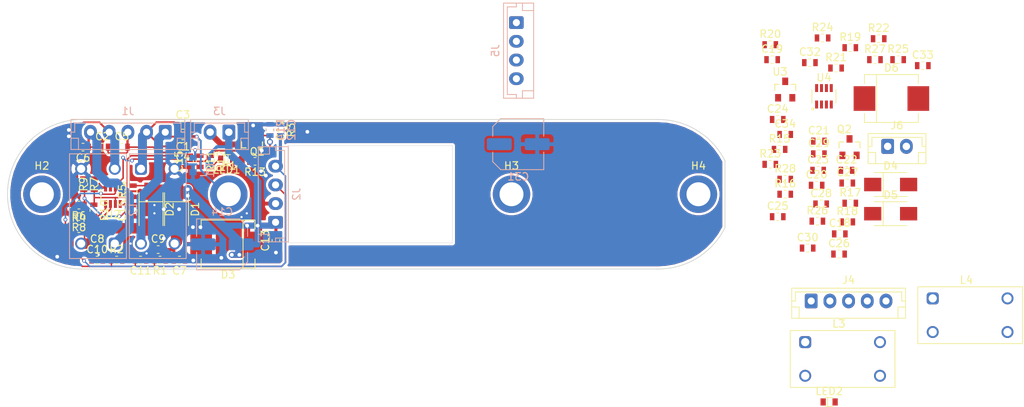
<source format=kicad_pcb>
(kicad_pcb (version 20171130) (host pcbnew "(5.1.10)-1")
  (layers (0 F.Cu signal) (1 In1.Cu signal hide) (2 In2.Cu signal hide) (31 B.Cu signal) (34 B.Paste user hide) (35 F.Paste user hide) (36 B.SilkS user hide) (37 F.SilkS user hide) (38 B.Mask user hide) (39 F.Mask user hide) (44 Edge.Cuts user))
  (net 0 "")
  (net 1 GND)
  (net 2 "Net-(C1-Pad2)")
  (net 3 +28V1)
  (net 4 "Net-(C18-Pad1)")
  (net 5 +28V2)
  (net 6 "Net-(R23-Pad1)")
  (net 7 "Net-(LED1-Pad2)")
  (net 8 "Net-(LED2-Pad2)")
  (net 9 "Net-(C1-Pad1)")
  (net 10 /VOLTP1)
  (net 11 /VOLTS1)
  (net 12 /VCC5V1)
  (net 13 "Net-(C18-Pad2)")
  (net 14 /VOLTP2)
  (net 15 /VOLTS2)
  (net 16 /VCC5V2)
  (net 17 "Net-(J3-Pad2)")
  (net 18 "Net-(J6-Pad2)")
  (net 19 "Net-(R7-Pad1)")
  (net 20 "Net-(R10-Pad2)")
  (net 21 "Net-(R10-Pad1)")
  (net 22 "Net-(R21-Pad1)")
  (net 23 "Net-(R22-Pad1)")
  (net 24 "Net-(C2-Pad1)")
  (net 25 "Net-(C3-Pad1)")
  (net 26 "Net-(C5-Pad1)")
  (net 27 "Net-(C7-Pad2)")
  (net 28 "Net-(C10-Pad1)")
  (net 29 "Net-(C16-Pad2)")
  (net 30 "Net-(C17-Pad2)")
  (net 31 "Net-(C19-Pad1)")
  (net 32 "Net-(C20-Pad1)")
  (net 33 "Net-(C22-Pad1)")
  (net 34 "Net-(C24-Pad2)")
  (net 35 "Net-(C25-Pad1)")
  (net 36 "Net-(C33-Pad2)")
  (net 37 "Net-(C34-Pad2)")
  (module VolzLib:R0603 (layer F.Cu) (at 120.4 68.8 180)
    (fp_text reference R1 (at 0 -1.43) (layer F.SilkS))
    (fp_text value 75k)
    (pad 1 smd rect (at -0.75 0 180) (size 0.6 0.95) (layers F.Cu F.Paste F.Mask) (net 27 "Net-(C7-Pad2)"))
    (pad 2 smd rect (at 0.75 0 180) (size 0.6 0.95) (layers F.Cu F.Paste F.Mask) (net 10 /VOLTP1))
  )
  (module VolzLib:SOT23-8 (layer F.Cu) (at 114.1 60.2 180)
    (fp_text reference U2 (at 0 -2.5) (layer F.SilkS))
    (fp_text value MAX9093AKA)
    (pad 1 smd rect (at -0.98 1.1 270) (size 1.06 0.4) (layers F.Cu F.Paste F.Mask) (net 21 "Net-(R10-Pad1)"))
    (pad 2 smd rect (at -0.33 1.1 270) (size 1.06 0.4) (layers F.Cu F.Paste F.Mask) (net 10 /VOLTP1))
    (pad 3 smd rect (at 0.33 1.1 270) (size 1.06 0.4) (layers F.Cu F.Paste F.Mask) (net 19 "Net-(R7-Pad1)"))
    (pad 4 smd rect (at 0.98 1.1 270) (size 1.06 0.4) (layers F.Cu F.Paste F.Mask) (net 1 GND))
    (pad 5 smd rect (at 0.98 -1.1 270) (size 1.06 0.4) (layers F.Cu F.Paste F.Mask) (net 20 "Net-(R10-Pad2)"))
    (pad 6 smd rect (at 0.33 -1.1 270) (size 1.06 0.4) (layers F.Cu F.Paste F.Mask) (net 11 /VOLTS1))
    (pad 7 smd rect (at -0.33 -1.1 270) (size 1.06 0.4) (layers F.Cu F.Paste F.Mask) (net 21 "Net-(R10-Pad1)"))
    (pad 8 smd rect (at -0.98 -1.1 270) (size 1.06 0.4) (layers F.Cu F.Paste F.Mask) (net 12 /VCC5V1))
  )
  (module VolzLib:SOT23-3 (layer F.Cu) (at 132.7 53.1 180)
    (fp_text reference Q1 (at -1.8 -1.8 180) (layer F.SilkS) (effects (justify right bottom)))
    (fp_text value PMV37ENEA hide)
    (pad 1 smd rect (at -0.95 1.1 180) (size 0.8 1) (layers F.Cu F.Paste F.Mask) (net 30 "Net-(C17-Pad2)"))
    (pad 2 smd rect (at 0.95 1.1 180) (size 0.8 1) (layers F.Cu F.Paste F.Mask) (net 1 GND))
    (pad 3 smd rect (at 0 -1.1 180) (size 0.8 1) (layers F.Cu F.Paste F.Mask) (net 17 "Net-(J3-Pad2)"))
  )
  (module VolzLib:R0603 (layer B.Cu) (at 135.1 51.4 90)
    (fp_text reference R14 (at 0 1.43 270) (layer B.SilkS) (effects (justify mirror)))
    (fp_text value 15k)
    (pad 2 smd rect (at 0.75 0 90) (size 0.6 0.95) (layers B.Cu B.Paste B.Mask) (net 1 GND))
    (pad 1 smd rect (at -0.75 0 90) (size 0.6 0.95) (layers B.Cu B.Paste B.Mask) (net 30 "Net-(C17-Pad2)"))
  )
  (module VolzLib:R0603 (layer F.Cu) (at 133.1 55.6 180)
    (fp_text reference R13 (at 0 -1.43) (layer F.SilkS))
    (fp_text value 1k)
    (pad 2 smd rect (at 0.75 0 180) (size 0.6 0.95) (layers F.Cu F.Paste F.Mask) (net 21 "Net-(R10-Pad1)"))
    (pad 1 smd rect (at -0.75 0 180) (size 0.6 0.95) (layers F.Cu F.Paste F.Mask) (net 30 "Net-(C17-Pad2)"))
  )
  (module VolzLib:C0603 (layer F.Cu) (at 124.35 55.6 90)
    (fp_text reference C15 (at 0 -1.43 90) (layer F.SilkS))
    (fp_text value 1.0)
    (pad 1 smd rect (at -0.75 0 90) (size 0.6 0.95) (layers F.Cu F.Paste F.Mask) (net 1 GND))
    (pad 2 smd rect (at 0.75 0 90) (size 0.6 0.95) (layers F.Cu F.Paste F.Mask) (net 12 /VCC5V1))
  )
  (module VolzLib:R0603 (layer F.Cu) (at 109.55 63 180)
    (fp_text reference R8 (at 0 -1.43) (layer F.SilkS))
    (fp_text value 2k7)
    (pad 2 smd rect (at 0.75 0 180) (size 0.6 0.95) (layers F.Cu F.Paste F.Mask) (net 29 "Net-(C16-Pad2)"))
    (pad 1 smd rect (at -0.75 0 180) (size 0.6 0.95) (layers F.Cu F.Paste F.Mask) (net 20 "Net-(R10-Pad2)"))
  )
  (module VolzLib:L_WE_7448012501 (layer B.Cu) (at 112.1 61.6 90)
    (fp_text reference L2 (at -0.5 4.7 90) (layer B.SilkS) (effects (justify mirror)))
    (fp_text value L_WE-744877100)
    (pad 1 thru_hole roundrect (at -5 2.25 90) (size 1.6 1.6) (drill 1.1) (layers *.Cu *.Mask) (net 24 "Net-(C2-Pad1)"))
    (pad 2 thru_hole circle (at 5 2.25 90) (size 1.6 1.6) (drill 1.1) (layers *.Cu *.Mask) (net 26 "Net-(C5-Pad1)"))
    (pad 3 thru_hole circle (at 5 -2.25 90) (size 1.6 1.6) (drill 1.1) (layers *.Cu *.Mask) (net 1 GND))
    (pad 4 thru_hole circle (at -5 -2.25 90) (size 1.6 1.6) (drill 1.1) (layers *.Cu *.Mask) (net 28 "Net-(C10-Pad1)"))
  )
  (module VolzLib:D_SMC (layer F.Cu) (at 129.5 66.65 180)
    (fp_text reference D3 (at 0 -4.1) (layer F.SilkS))
    (fp_text value 5.0SMDJ28A)
    (pad 1 smd rect (at -3.6 0 270) (size 3.3 2.9) (layers F.Cu F.Paste F.Mask) (net 3 +28V1))
    (pad 2 smd rect (at 3.6 0 270) (size 3.3 2.9) (layers F.Cu F.Paste F.Mask) (net 1 GND))
  )
  (module VolzLib:L_WE_7448012501 (layer B.Cu) (at 120.1 61.6 270)
    (fp_text reference L1 (at -0.5 4.7 90) (layer B.SilkS) (effects (justify mirror)))
    (fp_text value L_WE-7448012501)
    (pad 4 thru_hole circle (at -5 -2.25 270) (size 1.6 1.6) (drill 1.1) (layers *.Cu *.Mask) (net 1 GND))
    (pad 3 thru_hole circle (at 5 -2.25 270) (size 1.6 1.6) (drill 1.1) (layers *.Cu *.Mask) (net 27 "Net-(C7-Pad2)"))
    (pad 2 thru_hole circle (at 5 2.25 270) (size 1.6 1.6) (drill 1.1) (layers *.Cu *.Mask) (net 2 "Net-(C1-Pad2)"))
    (pad 1 thru_hole roundrect (at -5 2.25 270) (size 1.6 1.6) (drill 1.1) (layers *.Cu *.Mask) (net 25 "Net-(C3-Pad1)"))
  )
  (module VolzLib:D_SMA (layer F.Cu) (at 122.6 62 270)
    (fp_text reference D1 (at 0 -2.5 90) (layer F.SilkS))
    (fp_text value VSSAF5L45)
    (pad 2 smd rect (at 2.4 0 270) (size 2.3 1.8) (layers F.Cu F.Paste F.Mask) (net 27 "Net-(C7-Pad2)"))
    (pad 1 smd rect (at -2.4 0 270) (size 2.3 1.8) (layers F.Cu F.Paste F.Mask) (net 3 +28V1))
  )
  (module VolzLib:D_SMA (layer F.Cu) (at 119.2 62 270)
    (fp_text reference D2 (at 0 -2.5 90) (layer F.SilkS))
    (fp_text value VSSAF5L45)
    (pad 1 smd rect (at -2.4 0 270) (size 2.3 1.8) (layers F.Cu F.Paste F.Mask) (net 3 +28V1))
    (pad 2 smd rect (at 2.4 0 270) (size 2.3 1.8) (layers F.Cu F.Paste F.Mask) (net 28 "Net-(C10-Pad1)"))
  )
  (module VolzLib:JST_EH_B2B-EH-A_1x02_P2.50mm_Vertical (layer B.Cu) (at 129.6 51.7 180)
    (fp_text reference J3 (at 1.25 2.8) (layer B.SilkS) (effects (justify mirror)))
    (fp_text value LOAD)
    (pad 2 thru_hole oval (at 2.5 0 180) (size 1.7 2) (drill 1) (layers *.Cu *.Mask) (net 17 "Net-(J3-Pad2)"))
    (pad 1 thru_hole roundrect (at 0 0 180) (size 1.7 2) (drill 1) (layers *.Cu *.Mask) (roundrect_rratio 0.147059) (net 3 +28V1))
  )
  (module VolzLib:MountingHole_5mm_3.2mm_Pad (layer F.Cu) (at 129.6 60)
    (fp_text reference H1 (at 0 -3.8) (layer F.SilkS))
    (fp_text value Pad)
    (pad 1 thru_hole circle (at 0 0) (size 5 5) (drill 3.2) (layers *.Cu *.Mask) (net 9 "Net-(C1-Pad1)"))
  )
  (module VolzLib:MountingHole_5mm_3.2mm_Pad (layer F.Cu) (at 104.6 60)
    (fp_text reference H2 (at 0 -3.8) (layer F.SilkS))
    (fp_text value Hole)
    (pad 1 thru_hole circle (at 0 0) (size 5 5) (drill 3.2) (layers *.Cu *.Mask))
  )
  (module VolzLib:MountingHole_5mm_3.2mm_Pad (layer F.Cu) (at 167.4 60)
    (fp_text reference H3 (at 0 -3.8) (layer F.SilkS))
    (fp_text value Pad)
    (pad 1 thru_hole circle (at 0 0) (size 5 5) (drill 3.2) (layers *.Cu *.Mask) (net 13 "Net-(C18-Pad2)"))
  )
  (module VolzLib:MountingHole_5mm_3.2mm_Pad (layer F.Cu) (at 192.4 60)
    (fp_text reference H4 (at 0 -3.8) (layer F.SilkS))
    (fp_text value Hole)
    (pad 1 thru_hole circle (at 0 0) (size 5 5) (drill 3.2) (layers *.Cu *.Mask))
  )
  (module VolzLib:JST_EH_B5B-EH-A_1x05_P2.50mm_Vertical (layer B.Cu) (at 121.1 51.7 180)
    (fp_text reference J1 (at 5 2.8) (layer B.SilkS) (effects (justify mirror)))
    (fp_text value POWER)
    (pad 1 thru_hole roundrect (at 0 0 180) (size 1.7 1.95) (drill 0.95) (layers *.Cu *.Mask) (roundrect_rratio 0.147059) (net 2 "Net-(C1-Pad2)"))
    (pad 2 thru_hole oval (at 2.5 0 180) (size 1.7 1.95) (drill 0.95) (layers *.Cu *.Mask) (net 25 "Net-(C3-Pad1)"))
    (pad 3 thru_hole oval (at 5 0 180) (size 1.7 1.95) (drill 0.95) (layers *.Cu *.Mask) (net 9 "Net-(C1-Pad1)"))
    (pad 4 thru_hole oval (at 7.5 0 180) (size 1.7 1.95) (drill 0.95) (layers *.Cu *.Mask) (net 26 "Net-(C5-Pad1)"))
    (pad 5 thru_hole oval (at 10 0 180) (size 1.7 1.95) (drill 0.95) (layers *.Cu *.Mask) (net 24 "Net-(C2-Pad1)"))
  )
  (module VolzLib:JST_EH_B4B-EH-A_1x04_P2.50mm_Vertical (layer B.Cu) (at 135.85 63.75 90)
    (fp_text reference J2 (at 3.75 2.8 270) (layer B.SilkS) (effects (justify mirror)))
    (fp_text value B4B_EH)
    (pad 4 thru_hole oval (at 7.5 0 90) (size 1.7 1.95) (drill 0.95) (layers *.Cu *.Mask) (net 11 /VOLTS1))
    (pad 3 thru_hole oval (at 5 0 90) (size 1.7 1.95) (drill 0.95) (layers *.Cu *.Mask) (net 10 /VOLTP1))
    (pad 2 thru_hole oval (at 2.5 0 90) (size 1.7 1.95) (drill 0.95) (layers *.Cu *.Mask) (net 1 GND))
    (pad 1 thru_hole roundrect (at 0 0 90) (size 1.7 1.95) (drill 0.95) (layers *.Cu *.Mask) (roundrect_rratio 0.147059) (net 3 +28V1))
  )
  (module VolzLib:JST_EH_B4B-EH-A_1x04_P2.50mm_Vertical (layer B.Cu) (at 168.05 37.05 270)
    (fp_text reference J5 (at 3.75 2.8 270) (layer B.SilkS) (effects (justify mirror)))
    (fp_text value B4B_EH)
    (pad 1 thru_hole roundrect (at 0 0 270) (size 1.7 1.95) (drill 0.95) (layers *.Cu *.Mask) (roundrect_rratio 0.147059) (net 5 +28V2))
    (pad 2 thru_hole oval (at 2.5 0 270) (size 1.7 1.95) (drill 0.95) (layers *.Cu *.Mask) (net 1 GND))
    (pad 3 thru_hole oval (at 5 0 270) (size 1.7 1.95) (drill 0.95) (layers *.Cu *.Mask) (net 14 /VOLTP2))
    (pad 4 thru_hole oval (at 7.5 0 270) (size 1.7 1.95) (drill 0.95) (layers *.Cu *.Mask) (net 15 /VOLTS2))
  )
  (module VolzLib:C_Elec_6.3x5.8 (layer B.Cu) (at 128.7 66.7 180)
    (fp_text reference C14 (at 0 4.35) (layer B.SilkS) (effects (justify mirror)))
    (fp_text value 56uF35V)
    (pad 1 smd roundrect (at -2.5375 0 180) (size 3.325 1.6) (layers B.Cu B.Paste B.Mask) (roundrect_rratio 0.15625) (net 3 +28V1))
    (pad 2 smd roundrect (at 2.5375 0 180) (size 3.325 1.6) (layers B.Cu B.Paste B.Mask) (roundrect_rratio 0.15625) (net 1 GND))
  )
  (module VolzLib:C_Elec_6.3x5.8 (layer B.Cu) (at 168.3 53.3)
    (fp_text reference C31 (at 0 4.35) (layer B.SilkS) (effects (justify mirror)))
    (fp_text value 56uF35V)
    (pad 2 smd roundrect (at 2.5375 0) (size 3.325 1.6) (layers B.Cu B.Paste B.Mask) (roundrect_rratio 0.15625) (net 1 GND))
    (pad 1 smd roundrect (at -2.5375 0) (size 3.325 1.6) (layers B.Cu B.Paste B.Mask) (roundrect_rratio 0.15625) (net 5 +28V2))
  )
  (module VolzLib:R0603 (layer F.Cu) (at 114.6 68.8)
    (fp_text reference R2 (at 0 -1.43) (layer F.SilkS))
    (fp_text value 5k1)
    (pad 2 smd rect (at 0.75 0) (size 0.6 0.95) (layers F.Cu F.Paste F.Mask) (net 1 GND))
    (pad 1 smd rect (at -0.75 0) (size 0.6 0.95) (layers F.Cu F.Paste F.Mask) (net 10 /VOLTP1))
  )
  (module VolzLib:R0603 (layer F.Cu) (at 136.5 51.4 270)
    (fp_text reference R3 (at 0 -1.43 90) (layer F.SilkS))
    (fp_text value 5k1)
    (pad 1 smd rect (at -0.75 0 270) (size 0.6 0.95) (layers F.Cu F.Paste F.Mask) (net 1 GND))
    (pad 2 smd rect (at 0.75 0 270) (size 0.6 0.95) (layers F.Cu F.Paste F.Mask) (net 11 /VOLTS1))
  )
  (module VolzLib:C0603 (layer F.Cu) (at 123.45 52.2 180)
    (fp_text reference C1 (at 0 -1.43) (layer F.SilkS))
    (fp_text value 100p)
    (pad 2 smd rect (at 0.75 0 180) (size 0.6 0.95) (layers F.Cu F.Paste F.Mask) (net 2 "Net-(C1-Pad2)"))
    (pad 1 smd rect (at -0.75 0 180) (size 0.6 0.95) (layers F.Cu F.Paste F.Mask) (net 9 "Net-(C1-Pad1)"))
  )
  (module VolzLib:C0603 (layer F.Cu) (at 112.7 53.7)
    (fp_text reference C2 (at 0 -1.43) (layer F.SilkS))
    (fp_text value 100p)
    (pad 1 smd rect (at -0.75 0) (size 0.6 0.95) (layers F.Cu F.Paste F.Mask) (net 24 "Net-(C2-Pad1)"))
    (pad 2 smd rect (at 0.75 0) (size 0.6 0.95) (layers F.Cu F.Paste F.Mask) (net 9 "Net-(C1-Pad1)"))
  )
  (module VolzLib:C0603 (layer F.Cu) (at 123.45 50.8)
    (fp_text reference C3 (at 0 -1.43) (layer F.SilkS))
    (fp_text value 0.1)
    (pad 2 smd rect (at 0.75 0) (size 0.6 0.95) (layers F.Cu F.Paste F.Mask) (net 2 "Net-(C1-Pad2)"))
    (pad 1 smd rect (at -0.75 0) (size 0.6 0.95) (layers F.Cu F.Paste F.Mask) (net 25 "Net-(C3-Pad1)"))
  )
  (module VolzLib:C0603 (layer F.Cu) (at 123.45 53.6 180)
    (fp_text reference C4 (at 0 -1.43) (layer F.SilkS))
    (fp_text value 100p)
    (pad 2 smd rect (at 0.75 0 180) (size 0.6 0.95) (layers F.Cu F.Paste F.Mask) (net 25 "Net-(C3-Pad1)"))
    (pad 1 smd rect (at -0.75 0 180) (size 0.6 0.95) (layers F.Cu F.Paste F.Mask) (net 9 "Net-(C1-Pad1)"))
  )
  (module VolzLib:C0603 (layer F.Cu) (at 115.3 53.7)
    (fp_text reference C5 (at 0 -1.43) (layer F.SilkS))
    (fp_text value 100p)
    (pad 1 smd rect (at -0.75 0) (size 0.6 0.95) (layers F.Cu F.Paste F.Mask) (net 26 "Net-(C5-Pad1)"))
    (pad 2 smd rect (at 0.75 0) (size 0.6 0.95) (layers F.Cu F.Paste F.Mask) (net 9 "Net-(C1-Pad1)"))
  )
  (module VolzLib:C0603 (layer F.Cu) (at 110.1 53.7 180)
    (fp_text reference C6 (at 0 -1.43) (layer F.SilkS))
    (fp_text value 0.1)
    (pad 1 smd rect (at -0.75 0 180) (size 0.6 0.95) (layers F.Cu F.Paste F.Mask) (net 24 "Net-(C2-Pad1)"))
    (pad 2 smd rect (at 0.75 0 180) (size 0.6 0.95) (layers F.Cu F.Paste F.Mask) (net 26 "Net-(C5-Pad1)"))
  )
  (module VolzLib:C0603 (layer F.Cu) (at 123 68.8 180)
    (fp_text reference C7 (at 0 -1.43) (layer F.SilkS))
    (fp_text value 0.1)
    (pad 2 smd rect (at 0.75 0 180) (size 0.6 0.95) (layers F.Cu F.Paste F.Mask) (net 27 "Net-(C7-Pad2)"))
    (pad 1 smd rect (at -0.75 0 180) (size 0.6 0.95) (layers F.Cu F.Paste F.Mask) (net 1 GND))
  )
  (module VolzLib:C0603 (layer F.Cu) (at 112 67.4)
    (fp_text reference C8 (at 0 -1.43) (layer F.SilkS))
    (fp_text value 0.1)
    (pad 1 smd rect (at -0.75 0) (size 0.6 0.95) (layers F.Cu F.Paste F.Mask) (net 28 "Net-(C10-Pad1)"))
    (pad 2 smd rect (at 0.75 0) (size 0.6 0.95) (layers F.Cu F.Paste F.Mask) (net 1 GND))
  )
  (module VolzLib:C0603 (layer F.Cu) (at 120.15 67.4)
    (fp_text reference C9 (at 0 -1.43) (layer F.SilkS))
    (fp_text value 100p)
    (pad 2 smd rect (at 0.75 0) (size 0.6 0.95) (layers F.Cu F.Paste F.Mask) (net 27 "Net-(C7-Pad2)"))
    (pad 1 smd rect (at -0.75 0) (size 0.6 0.95) (layers F.Cu F.Paste F.Mask) (net 1 GND))
  )
  (module VolzLib:C0603 (layer F.Cu) (at 112 68.8)
    (fp_text reference C10 (at 0 -1.43) (layer F.SilkS))
    (fp_text value 100p)
    (pad 1 smd rect (at -0.75 0) (size 0.6 0.95) (layers F.Cu F.Paste F.Mask) (net 28 "Net-(C10-Pad1)"))
    (pad 2 smd rect (at 0.75 0) (size 0.6 0.95) (layers F.Cu F.Paste F.Mask) (net 1 GND))
  )
  (module VolzLib:C0603 (layer F.Cu) (at 117.8 68.8 180)
    (fp_text reference C11 (at 0 -1.43 180) (layer F.SilkS))
    (fp_text value 0.1)
    (pad 1 smd rect (at -0.75 0 180) (size 0.6 0.95) (layers F.Cu F.Paste F.Mask) (net 1 GND))
    (pad 2 smd rect (at 0.75 0 180) (size 0.6 0.95) (layers F.Cu F.Paste F.Mask) (net 10 /VOLTP1))
  )
  (module VolzLib:C0603 (layer B.Cu) (at 136.55 51.4 90)
    (fp_text reference C12 (at 0 1.43 90) (layer B.SilkS) (effects (justify mirror)))
    (fp_text value 0.1)
    (pad 2 smd rect (at 0.75 0 90) (size 0.6 0.95) (layers B.Cu B.Paste B.Mask) (net 1 GND))
    (pad 1 smd rect (at -0.75 0 90) (size 0.6 0.95) (layers B.Cu B.Paste B.Mask) (net 11 /VOLTS1))
  )
  (module VolzLib:C0603 (layer F.Cu) (at 135.9 66.2 90)
    (fp_text reference C13 (at 0 -1.43 90) (layer F.SilkS))
    (fp_text value 0.1)
    (pad 1 smd rect (at -0.75 0 90) (size 0.6 0.95) (layers F.Cu F.Paste F.Mask) (net 1 GND))
    (pad 2 smd rect (at 0.75 0 90) (size 0.6 0.95) (layers F.Cu F.Paste F.Mask) (net 3 +28V1))
  )
  (module VolzLib:C0603 (layer F.Cu) (at 116.8 62.2 90)
    (fp_text reference C16 (at 0 -1.43 90) (layer F.SilkS))
    (fp_text value 1.0)
    (pad 1 smd rect (at -0.75 0 90) (size 0.6 0.95) (layers F.Cu F.Paste F.Mask) (net 1 GND))
    (pad 2 smd rect (at 0.75 0 90) (size 0.6 0.95) (layers F.Cu F.Paste F.Mask) (net 29 "Net-(C16-Pad2)"))
  )
  (module VolzLib:C0603 (layer F.Cu) (at 135.1 51.4 270)
    (fp_text reference C17 (at 0 -1.43 90) (layer F.SilkS))
    (fp_text value 1n)
    (pad 2 smd rect (at 0.75 0 270) (size 0.6 0.95) (layers F.Cu F.Paste F.Mask) (net 30 "Net-(C17-Pad2)"))
    (pad 1 smd rect (at -0.75 0 270) (size 0.6 0.95) (layers F.Cu F.Paste F.Mask) (net 1 GND))
  )
  (module VolzLib:C0603 (layer F.Cu) (at 211.3 65.3)
    (fp_text reference C18 (at 0 -1.43) (layer F.SilkS))
    (fp_text value 100p)
    (pad 2 smd rect (at 0.75 0) (size 0.6 0.95) (layers F.Cu F.Paste F.Mask) (net 13 "Net-(C18-Pad2)"))
    (pad 1 smd rect (at -0.75 0) (size 0.6 0.95) (layers F.Cu F.Paste F.Mask) (net 4 "Net-(C18-Pad1)"))
  )
  (module VolzLib:C0603 (layer F.Cu) (at 202.25 42)
    (fp_text reference C19 (at 0 -1.43) (layer F.SilkS))
    (fp_text value 100p)
    (pad 1 smd rect (at -0.75 0) (size 0.6 0.95) (layers F.Cu F.Paste F.Mask) (net 31 "Net-(C19-Pad1)"))
    (pad 2 smd rect (at 0.75 0) (size 0.6 0.95) (layers F.Cu F.Paste F.Mask) (net 4 "Net-(C18-Pad1)"))
  )
  (module VolzLib:C0603 (layer F.Cu) (at 208.2 58.8)
    (fp_text reference C20 (at 0 -1.43) (layer F.SilkS))
    (fp_text value 0.1)
    (pad 2 smd rect (at 0.75 0) (size 0.6 0.95) (layers F.Cu F.Paste F.Mask) (net 13 "Net-(C18-Pad2)"))
    (pad 1 smd rect (at -0.75 0) (size 0.6 0.95) (layers F.Cu F.Paste F.Mask) (net 32 "Net-(C20-Pad1)"))
  )
  (module VolzLib:C0603 (layer F.Cu) (at 208.5 52.9)
    (fp_text reference C21 (at 0 -1.43) (layer F.SilkS))
    (fp_text value 100p)
    (pad 1 smd rect (at -0.75 0) (size 0.6 0.95) (layers F.Cu F.Paste F.Mask) (net 4 "Net-(C18-Pad1)"))
    (pad 2 smd rect (at 0.75 0) (size 0.6 0.95) (layers F.Cu F.Paste F.Mask) (net 32 "Net-(C20-Pad1)"))
  )
  (module VolzLib:C0603 (layer F.Cu) (at 212.2 56.8)
    (fp_text reference C22 (at 0 -1.43) (layer F.SilkS))
    (fp_text value 100p)
    (pad 2 smd rect (at 0.75 0) (size 0.6 0.95) (layers F.Cu F.Paste F.Mask) (net 4 "Net-(C18-Pad1)"))
    (pad 1 smd rect (at -0.75 0) (size 0.6 0.95) (layers F.Cu F.Paste F.Mask) (net 33 "Net-(C22-Pad1)"))
  )
  (module VolzLib:C0603 (layer F.Cu) (at 208.4 56.8)
    (fp_text reference C23 (at 0 -1.43) (layer F.SilkS))
    (fp_text value 0.1)
    (pad 1 smd rect (at -0.75 0) (size 0.6 0.95) (layers F.Cu F.Paste F.Mask) (net 31 "Net-(C19-Pad1)"))
    (pad 2 smd rect (at 0.75 0) (size 0.6 0.95) (layers F.Cu F.Paste F.Mask) (net 33 "Net-(C22-Pad1)"))
  )
  (module VolzLib:C0603 (layer F.Cu) (at 203 50)
    (fp_text reference C24 (at 0 -1.43) (layer F.SilkS))
    (fp_text value 0.1)
    (pad 1 smd rect (at -0.75 0) (size 0.6 0.95) (layers F.Cu F.Paste F.Mask) (net 1 GND))
    (pad 2 smd rect (at 0.75 0) (size 0.6 0.95) (layers F.Cu F.Paste F.Mask) (net 34 "Net-(C24-Pad2)"))
  )
  (module VolzLib:C0603 (layer F.Cu) (at 203 63)
    (fp_text reference C25 (at 0 -1.43) (layer F.SilkS))
    (fp_text value 0.1)
    (pad 2 smd rect (at 0.75 0) (size 0.6 0.95) (layers F.Cu F.Paste F.Mask) (net 1 GND))
    (pad 1 smd rect (at -0.75 0) (size 0.6 0.95) (layers F.Cu F.Paste F.Mask) (net 35 "Net-(C25-Pad1)"))
  )
  (module VolzLib:C0603 (layer F.Cu) (at 211.2 68)
    (fp_text reference C26 (at 0 -1.43) (layer F.SilkS))
    (fp_text value 100p)
    (pad 1 smd rect (at -0.75 0) (size 0.6 0.95) (layers F.Cu F.Paste F.Mask) (net 1 GND))
    (pad 2 smd rect (at 0.75 0) (size 0.6 0.95) (layers F.Cu F.Paste F.Mask) (net 34 "Net-(C24-Pad2)"))
  )
  (module VolzLib:C0603 (layer F.Cu) (at 212.3 58.5)
    (fp_text reference C27 (at 0 -1.43) (layer F.SilkS))
    (fp_text value 100p)
    (pad 2 smd rect (at 0.75 0) (size 0.6 0.95) (layers F.Cu F.Paste F.Mask) (net 1 GND))
    (pad 1 smd rect (at -0.75 0) (size 0.6 0.95) (layers F.Cu F.Paste F.Mask) (net 35 "Net-(C25-Pad1)"))
  )
  (module VolzLib:C0603 (layer F.Cu) (at 208.8 61.3)
    (fp_text reference C28 (at 0 -1.43) (layer F.SilkS))
    (fp_text value 0.1)
    (pad 1 smd rect (at -0.75 0) (size 0.6 0.95) (layers F.Cu F.Paste F.Mask) (net 1 GND))
    (pad 2 smd rect (at 0.75 0) (size 0.6 0.95) (layers F.Cu F.Paste F.Mask) (net 14 /VOLTP2))
  )
  (module VolzLib:C0603 (layer F.Cu) (at 208.5 54.6)
    (fp_text reference C29 (at 0 -1.43) (layer F.SilkS))
    (fp_text value 0.1)
    (pad 2 smd rect (at 0.75 0) (size 0.6 0.95) (layers F.Cu F.Paste F.Mask) (net 1 GND))
    (pad 1 smd rect (at -0.75 0) (size 0.6 0.95) (layers F.Cu F.Paste F.Mask) (net 15 /VOLTS2))
  )
  (module VolzLib:C0603 (layer F.Cu) (at 207 67.2)
    (fp_text reference C30 (at 0 -1.43) (layer F.SilkS))
    (fp_text value 0.1)
    (pad 2 smd rect (at 0.75 0) (size 0.6 0.95) (layers F.Cu F.Paste F.Mask) (net 5 +28V2))
    (pad 1 smd rect (at -0.75 0) (size 0.6 0.95) (layers F.Cu F.Paste F.Mask) (net 1 GND))
  )
  (module VolzLib:C0603 (layer F.Cu) (at 207.3 42.4)
    (fp_text reference C32 (at 0 -1.43) (layer F.SilkS))
    (fp_text value 1.0)
    (pad 2 smd rect (at 0.75 0) (size 0.6 0.95) (layers F.Cu F.Paste F.Mask) (net 16 /VCC5V2))
    (pad 1 smd rect (at -0.75 0) (size 0.6 0.95) (layers F.Cu F.Paste F.Mask) (net 1 GND))
  )
  (module VolzLib:C0603 (layer F.Cu) (at 222.4 42.8)
    (fp_text reference C33 (at 0 -1.43) (layer F.SilkS))
    (fp_text value 1.0)
    (pad 2 smd rect (at 0.75 0) (size 0.6 0.95) (layers F.Cu F.Paste F.Mask) (net 36 "Net-(C33-Pad2)"))
    (pad 1 smd rect (at -0.75 0) (size 0.6 0.95) (layers F.Cu F.Paste F.Mask) (net 1 GND))
  )
  (module VolzLib:C0603 (layer F.Cu) (at 204 52)
    (fp_text reference C34 (at 0 -1.43) (layer F.SilkS))
    (fp_text value 1n)
    (pad 1 smd rect (at -0.75 0) (size 0.6 0.95) (layers F.Cu F.Paste F.Mask) (net 1 GND))
    (pad 2 smd rect (at 0.75 0) (size 0.6 0.95) (layers F.Cu F.Paste F.Mask) (net 37 "Net-(C34-Pad2)"))
  )
  (module VolzLib:D_SMA (layer F.Cu) (at 218.1 58.7)
    (fp_text reference D4 (at 0 -2.5) (layer F.SilkS))
    (fp_text value VSSAF5L45)
    (pad 2 smd rect (at 2.4 0) (size 2.3 1.8) (layers F.Cu F.Paste F.Mask) (net 34 "Net-(C24-Pad2)"))
    (pad 1 smd rect (at -2.4 0) (size 2.3 1.8) (layers F.Cu F.Paste F.Mask) (net 5 +28V2))
  )
  (module VolzLib:D_SMA (layer F.Cu) (at 218.1 62.6)
    (fp_text reference D5 (at 0 -2.5) (layer F.SilkS))
    (fp_text value VSSAF5L45)
    (pad 1 smd rect (at -2.4 0) (size 2.3 1.8) (layers F.Cu F.Paste F.Mask) (net 5 +28V2))
    (pad 2 smd rect (at 2.4 0) (size 2.3 1.8) (layers F.Cu F.Paste F.Mask) (net 35 "Net-(C25-Pad1)"))
  )
  (module VolzLib:D_SMC (layer F.Cu) (at 218.2 47.2)
    (fp_text reference D6 (at 0 -4.1) (layer F.SilkS))
    (fp_text value 5.0SMDJ28A)
    (pad 2 smd rect (at 3.6 0 90) (size 3.3 2.9) (layers F.Cu F.Paste F.Mask) (net 1 GND))
    (pad 1 smd rect (at -3.6 0 90) (size 3.3 2.9) (layers F.Cu F.Paste F.Mask) (net 5 +28V2))
  )
  (module VolzLib:JST_EH_B2B-EH-A_1x02_P2.50mm_Vertical (layer F.Cu) (at 217.7 53.6)
    (fp_text reference J6 (at 1.25 -2.8) (layer F.SilkS))
    (fp_text value LOAD)
    (pad 2 thru_hole oval (at 2.5 0) (size 1.7 2) (drill 1) (layers *.Cu *.Mask) (net 18 "Net-(J6-Pad2)"))
    (pad 1 thru_hole roundrect (at 0 0) (size 1.7 2) (drill 1) (layers *.Cu *.Mask) (roundrect_rratio 0.147059) (net 5 +28V2))
  )
  (module VolzLib:SOT23-3 (layer F.Cu) (at 212.6 53.7)
    (fp_text reference Q2 (at -1.8 -1.8 180) (layer F.SilkS) (effects (justify left bottom)))
    (fp_text value PMV37ENEA hide)
    (pad 1 smd rect (at -0.95 1.1) (size 0.8 1) (layers F.Cu F.Paste F.Mask) (net 37 "Net-(C34-Pad2)"))
    (pad 2 smd rect (at 0.95 1.1) (size 0.8 1) (layers F.Cu F.Paste F.Mask) (net 1 GND))
    (pad 3 smd rect (at 0 -1.1) (size 0.8 1) (layers F.Cu F.Paste F.Mask) (net 18 "Net-(J6-Pad2)"))
  )
  (module VolzLib:R0603 (layer F.Cu) (at 109.55 64.6)
    (fp_text reference R4 (at 0 -1.43 180) (layer F.SilkS))
    (fp_text value 75k)
    (pad 1 smd rect (at -0.75 0) (size 0.6 0.95) (layers F.Cu F.Paste F.Mask) (net 11 /VOLTS1))
    (pad 2 smd rect (at 0.75 0) (size 0.6 0.95) (layers F.Cu F.Paste F.Mask) (net 28 "Net-(C10-Pad1)"))
  )
  (module VolzLib:R0603 (layer F.Cu) (at 116.8 59.6 90)
    (fp_text reference R5 (at 0 -1.43 90) (layer F.SilkS))
    (fp_text value 75k)
    (pad 1 smd rect (at -0.75 0 90) (size 0.6 0.95) (layers F.Cu F.Paste F.Mask) (net 29 "Net-(C16-Pad2)"))
    (pad 2 smd rect (at 0.75 0 90) (size 0.6 0.95) (layers F.Cu F.Paste F.Mask) (net 3 +28V1))
  )
  (module VolzLib:R0603 (layer F.Cu) (at 109.55 61.45 180)
    (fp_text reference R6 (at 0 -1.43) (layer F.SilkS))
    (fp_text value 4k42)
    (pad 2 smd rect (at 0.75 0 180) (size 0.6 0.95) (layers F.Cu F.Paste F.Mask) (net 1 GND))
    (pad 1 smd rect (at -0.75 0 180) (size 0.6 0.95) (layers F.Cu F.Paste F.Mask) (net 29 "Net-(C16-Pad2)"))
  )
  (module VolzLib:R0603 (layer F.Cu) (at 110.2 58.65 270)
    (fp_text reference R7 (at 0 -1.43 90) (layer F.SilkS))
    (fp_text value 2k7)
    (pad 1 smd rect (at -0.75 0 270) (size 0.6 0.95) (layers F.Cu F.Paste F.Mask) (net 19 "Net-(R7-Pad1)"))
    (pad 2 smd rect (at 0.75 0 270) (size 0.6 0.95) (layers F.Cu F.Paste F.Mask) (net 29 "Net-(C16-Pad2)"))
  )
  (module VolzLib:R0603 (layer F.Cu) (at 111.6 58.65 90)
    (fp_text reference R9 (at 0 -1.43 90) (layer F.SilkS))
    (fp_text value 470k)
    (pad 2 smd rect (at 0.75 0 90) (size 0.6 0.95) (layers F.Cu F.Paste F.Mask) (net 19 "Net-(R7-Pad1)"))
    (pad 1 smd rect (at -0.75 0 90) (size 0.6 0.95) (layers F.Cu F.Paste F.Mask) (net 21 "Net-(R10-Pad1)"))
  )
  (module VolzLib:R0603 (layer F.Cu) (at 111.55 62.15 270)
    (fp_text reference R10 (at 0 -1.43 90) (layer F.SilkS))
    (fp_text value 470k)
    (pad 1 smd rect (at -0.75 0 270) (size 0.6 0.95) (layers F.Cu F.Paste F.Mask) (net 21 "Net-(R10-Pad1)"))
    (pad 2 smd rect (at 0.75 0 270) (size 0.6 0.95) (layers F.Cu F.Paste F.Mask) (net 20 "Net-(R10-Pad2)"))
  )
  (module VolzLib:R0603 (layer F.Cu) (at 125.75 55.6 270)
    (fp_text reference R11 (at 0 -1.43 90) (layer F.SilkS))
    (fp_text value 1k)
    (pad 2 smd rect (at 0.75 0 270) (size 0.6 0.95) (layers F.Cu F.Paste F.Mask) (net 21 "Net-(R10-Pad1)"))
    (pad 1 smd rect (at -0.75 0 270) (size 0.6 0.95) (layers F.Cu F.Paste F.Mask) (net 12 /VCC5V1))
  )
  (module VolzLib:R0603 (layer F.Cu) (at 127.15 55.6 270)
    (fp_text reference R12 (at 0 -1.43 90) (layer F.SilkS))
    (fp_text value 2k7)
    (pad 2 smd rect (at 0.75 0 270) (size 0.6 0.95) (layers F.Cu F.Paste F.Mask) (net 7 "Net-(LED1-Pad2)"))
    (pad 1 smd rect (at -0.75 0 270) (size 0.6 0.95) (layers F.Cu F.Paste F.Mask) (net 21 "Net-(R10-Pad1)"))
  )
  (module VolzLib:R0603 (layer F.Cu) (at 203.25 54)
    (fp_text reference R15 (at 0 -1.43) (layer F.SilkS))
    (fp_text value 75k)
    (pad 1 smd rect (at -0.75 0) (size 0.6 0.95) (layers F.Cu F.Paste F.Mask) (net 34 "Net-(C24-Pad2)"))
    (pad 2 smd rect (at 0.75 0) (size 0.6 0.95) (layers F.Cu F.Paste F.Mask) (net 14 /VOLTP2))
  )
  (module VolzLib:R0603 (layer F.Cu) (at 204 60)
    (fp_text reference R16 (at 0 -1.43) (layer F.SilkS))
    (fp_text value 5k1)
    (pad 1 smd rect (at -0.75 0) (size 0.6 0.95) (layers F.Cu F.Paste F.Mask) (net 14 /VOLTP2))
    (pad 2 smd rect (at 0.75 0) (size 0.6 0.95) (layers F.Cu F.Paste F.Mask) (net 1 GND))
  )
  (module VolzLib:R0603 (layer F.Cu) (at 212.7 61.2)
    (fp_text reference R17 (at 0 -1.43) (layer F.SilkS))
    (fp_text value 5k1)
    (pad 2 smd rect (at 0.75 0) (size 0.6 0.95) (layers F.Cu F.Paste F.Mask) (net 15 /VOLTS2))
    (pad 1 smd rect (at -0.75 0) (size 0.6 0.95) (layers F.Cu F.Paste F.Mask) (net 1 GND))
  )
  (module VolzLib:R0603 (layer F.Cu) (at 212.3 63.7)
    (fp_text reference R18 (at 0 -1.43) (layer F.SilkS))
    (fp_text value 75k)
    (pad 2 smd rect (at 0.75 0) (size 0.6 0.95) (layers F.Cu F.Paste F.Mask) (net 35 "Net-(C25-Pad1)"))
    (pad 1 smd rect (at -0.75 0) (size 0.6 0.95) (layers F.Cu F.Paste F.Mask) (net 15 /VOLTS2))
  )
  (module VolzLib:R0603 (layer F.Cu) (at 212.7 40.4)
    (fp_text reference R19 (at 0 -1.43) (layer F.SilkS))
    (fp_text value 75k)
    (pad 2 smd rect (at 0.75 0) (size 0.6 0.95) (layers F.Cu F.Paste F.Mask) (net 5 +28V2))
    (pad 1 smd rect (at -0.75 0) (size 0.6 0.95) (layers F.Cu F.Paste F.Mask) (net 36 "Net-(C33-Pad2)"))
  )
  (module VolzLib:R0603 (layer F.Cu) (at 202 40)
    (fp_text reference R20 (at 0 -1.43) (layer F.SilkS))
    (fp_text value 4k42)
    (pad 1 smd rect (at -0.75 0) (size 0.6 0.95) (layers F.Cu F.Paste F.Mask) (net 36 "Net-(C33-Pad2)"))
    (pad 2 smd rect (at 0.75 0) (size 0.6 0.95) (layers F.Cu F.Paste F.Mask) (net 1 GND))
  )
  (module VolzLib:R0603 (layer F.Cu) (at 210.8 43.125001)
    (fp_text reference R21 (at 0 -1.43) (layer F.SilkS))
    (fp_text value 2k7)
    (pad 1 smd rect (at -0.75 0) (size 0.6 0.95) (layers F.Cu F.Paste F.Mask) (net 22 "Net-(R21-Pad1)"))
    (pad 2 smd rect (at 0.75 0) (size 0.6 0.95) (layers F.Cu F.Paste F.Mask) (net 36 "Net-(C33-Pad2)"))
  )
  (module VolzLib:R0603 (layer F.Cu) (at 216.5 39.2)
    (fp_text reference R22 (at 0 -1.43) (layer F.SilkS))
    (fp_text value 2k7)
    (pad 2 smd rect (at 0.75 0) (size 0.6 0.95) (layers F.Cu F.Paste F.Mask) (net 36 "Net-(C33-Pad2)"))
    (pad 1 smd rect (at -0.75 0) (size 0.6 0.95) (layers F.Cu F.Paste F.Mask) (net 23 "Net-(R22-Pad1)"))
  )
  (module VolzLib:R0603 (layer F.Cu) (at 202 56)
    (fp_text reference R23 (at 0 -1.43) (layer F.SilkS))
    (fp_text value 470k)
    (pad 1 smd rect (at -0.75 0) (size 0.6 0.95) (layers F.Cu F.Paste F.Mask) (net 6 "Net-(R23-Pad1)"))
    (pad 2 smd rect (at 0.75 0) (size 0.6 0.95) (layers F.Cu F.Paste F.Mask) (net 22 "Net-(R21-Pad1)"))
  )
  (module VolzLib:R0603 (layer F.Cu) (at 209 39.1)
    (fp_text reference R24 (at 0 -1.43) (layer F.SilkS))
    (fp_text value 470k)
    (pad 2 smd rect (at 0.75 0) (size 0.6 0.95) (layers F.Cu F.Paste F.Mask) (net 23 "Net-(R22-Pad1)"))
    (pad 1 smd rect (at -0.75 0) (size 0.6 0.95) (layers F.Cu F.Paste F.Mask) (net 6 "Net-(R23-Pad1)"))
  )
  (module VolzLib:R0603 (layer F.Cu) (at 219.1 42)
    (fp_text reference R25 (at 0 -1.43) (layer F.SilkS))
    (fp_text value 1k)
    (pad 1 smd rect (at -0.75 0) (size 0.6 0.95) (layers F.Cu F.Paste F.Mask) (net 16 /VCC5V2))
    (pad 2 smd rect (at 0.75 0) (size 0.6 0.95) (layers F.Cu F.Paste F.Mask) (net 6 "Net-(R23-Pad1)"))
  )
  (module VolzLib:R0603 (layer F.Cu) (at 208.3 63.6)
    (fp_text reference R26 (at 0 -1.43) (layer F.SilkS))
    (fp_text value 2k7)
    (pad 1 smd rect (at -0.75 0) (size 0.6 0.95) (layers F.Cu F.Paste F.Mask) (net 6 "Net-(R23-Pad1)"))
    (pad 2 smd rect (at 0.75 0) (size 0.6 0.95) (layers F.Cu F.Paste F.Mask) (net 8 "Net-(LED2-Pad2)"))
  )
  (module VolzLib:R0603 (layer F.Cu) (at 216 42)
    (fp_text reference R27 (at 0 -1.43) (layer F.SilkS))
    (fp_text value 1k)
    (pad 1 smd rect (at -0.75 0) (size 0.6 0.95) (layers F.Cu F.Paste F.Mask) (net 37 "Net-(C34-Pad2)"))
    (pad 2 smd rect (at 0.75 0) (size 0.6 0.95) (layers F.Cu F.Paste F.Mask) (net 6 "Net-(R23-Pad1)"))
  )
  (module VolzLib:R0603 (layer F.Cu) (at 204 58)
    (fp_text reference R28 (at 0 -1.43) (layer F.SilkS))
    (fp_text value 15k)
    (pad 1 smd rect (at -0.75 0) (size 0.6 0.95) (layers F.Cu F.Paste F.Mask) (net 37 "Net-(C34-Pad2)"))
    (pad 2 smd rect (at 0.75 0) (size 0.6 0.95) (layers F.Cu F.Paste F.Mask) (net 1 GND))
  )
  (module VolzLib:SOT23-3 (layer B.Cu) (at 125.9 56.1 90)
    (fp_text reference U1 (at -1.8 1.8 270) (layer B.SilkS) (effects (justify right bottom mirror)))
    (fp_text value MCP1799T-5002H hide)
    (pad 3 smd rect (at 0 1.1 90) (size 0.8 1) (layers B.Cu B.Paste B.Mask) (net 3 +28V1))
    (pad 2 smd rect (at 0.95 -1.1 90) (size 0.8 1) (layers B.Cu B.Paste B.Mask) (net 12 /VCC5V1))
    (pad 1 smd rect (at -0.95 -1.1 90) (size 0.8 1) (layers B.Cu B.Paste B.Mask) (net 1 GND))
  )
  (module VolzLib:SOT23-3 (layer F.Cu) (at 204 46)
    (fp_text reference U3 (at -1.8 -1.8 180) (layer F.SilkS) (effects (justify left bottom)))
    (fp_text value MCP1799T-5002H hide)
    (pad 3 smd rect (at 0 -1.1) (size 0.8 1) (layers F.Cu F.Paste F.Mask) (net 5 +28V2))
    (pad 2 smd rect (at 0.95 1.1) (size 0.8 1) (layers F.Cu F.Paste F.Mask) (net 16 /VCC5V2))
    (pad 1 smd rect (at -0.95 1.1) (size 0.8 1) (layers F.Cu F.Paste F.Mask) (net 1 GND))
  )
  (module VolzLib:SOT23-8 (layer F.Cu) (at 209.18 46.9)
    (fp_text reference U4 (at 0 -2.5) (layer F.SilkS))
    (fp_text value MAX9093AKA)
    (pad 8 smd rect (at -0.98 -1.1 90) (size 1.06 0.4) (layers F.Cu F.Paste F.Mask) (net 16 /VCC5V2))
    (pad 7 smd rect (at -0.33 -1.1 90) (size 1.06 0.4) (layers F.Cu F.Paste F.Mask) (net 6 "Net-(R23-Pad1)"))
    (pad 6 smd rect (at 0.33 -1.1 90) (size 1.06 0.4) (layers F.Cu F.Paste F.Mask) (net 15 /VOLTS2))
    (pad 5 smd rect (at 0.98 -1.1 90) (size 1.06 0.4) (layers F.Cu F.Paste F.Mask) (net 23 "Net-(R22-Pad1)"))
    (pad 4 smd rect (at 0.98 1.1 90) (size 1.06 0.4) (layers F.Cu F.Paste F.Mask) (net 1 GND))
    (pad 3 smd rect (at 0.33 1.1 90) (size 1.06 0.4) (layers F.Cu F.Paste F.Mask) (net 22 "Net-(R21-Pad1)"))
    (pad 2 smd rect (at -0.33 1.1 90) (size 1.06 0.4) (layers F.Cu F.Paste F.Mask) (net 14 /VOLTP2))
    (pad 1 smd rect (at -0.98 1.1 90) (size 1.06 0.4) (layers F.Cu F.Paste F.Mask) (net 6 "Net-(R23-Pad1)"))
  )
  (module VolzLib:JST_EH_B5B-EH-A_1x05_P2.50mm_Vertical (layer F.Cu) (at 207.475001 74.275001)
    (fp_text reference J4 (at 5 -2.8) (layer F.SilkS))
    (fp_text value POWER)
    (pad 5 thru_hole oval (at 10 0) (size 1.7 1.95) (drill 0.95) (layers *.Cu *.Mask) (net 31 "Net-(C19-Pad1)"))
    (pad 4 thru_hole oval (at 7.5 0) (size 1.7 1.95) (drill 0.95) (layers *.Cu *.Mask) (net 33 "Net-(C22-Pad1)"))
    (pad 3 thru_hole oval (at 5 0) (size 1.7 1.95) (drill 0.95) (layers *.Cu *.Mask) (net 4 "Net-(C18-Pad1)"))
    (pad 2 thru_hole oval (at 2.5 0) (size 1.7 1.95) (drill 0.95) (layers *.Cu *.Mask) (net 32 "Net-(C20-Pad1)"))
    (pad 1 thru_hole roundrect (at 0 0) (size 1.7 1.95) (drill 0.95) (layers *.Cu *.Mask) (roundrect_rratio 0.147059) (net 13 "Net-(C18-Pad2)"))
  )
  (module VolzLib:L_WE_7448012501 (layer F.Cu) (at 211.675001 82.025001)
    (fp_text reference L3 (at -0.5 -4.7) (layer F.SilkS))
    (fp_text value L_WE-7448012501)
    (pad 1 thru_hole roundrect (at -5 -2.25) (size 1.6 1.6) (drill 1.1) (layers *.Cu *.Mask) (net 32 "Net-(C20-Pad1)"))
    (pad 2 thru_hole circle (at 5 -2.25) (size 1.6 1.6) (drill 1.1) (layers *.Cu *.Mask) (net 13 "Net-(C18-Pad2)"))
    (pad 3 thru_hole circle (at 5 2.25) (size 1.6 1.6) (drill 1.1) (layers *.Cu *.Mask) (net 34 "Net-(C24-Pad2)"))
    (pad 4 thru_hole circle (at -5 2.25) (size 1.6 1.6) (drill 1.1) (layers *.Cu *.Mask) (net 1 GND))
  )
  (module VolzLib:L_WE_7448012501 (layer F.Cu) (at 228.725001 76.175001)
    (fp_text reference L4 (at -0.5 -4.7) (layer F.SilkS))
    (fp_text value L_WE-744877100)
    (pad 4 thru_hole circle (at -5 2.25) (size 1.6 1.6) (drill 1.1) (layers *.Cu *.Mask) (net 35 "Net-(C25-Pad1)"))
    (pad 3 thru_hole circle (at 5 2.25) (size 1.6 1.6) (drill 1.1) (layers *.Cu *.Mask) (net 1 GND))
    (pad 2 thru_hole circle (at 5 -2.25) (size 1.6 1.6) (drill 1.1) (layers *.Cu *.Mask) (net 33 "Net-(C22-Pad1)"))
    (pad 1 thru_hole roundrect (at -5 -2.25) (size 1.6 1.6) (drill 1.1) (layers *.Cu *.Mask) (net 31 "Net-(C19-Pad1)"))
  )
  (module VolzLib:LED_0603 (layer F.Cu) (at 129.3 55.3 180)
    (fp_text reference LED1 (at 0 -1.43) (layer F.SilkS))
    (fp_text value 150060RS75020)
    (pad 2 smd rect (at 0.8 0 180) (size 0.7 0.95) (layers F.Cu F.Paste F.Mask) (net 7 "Net-(LED1-Pad2)"))
    (pad 1 smd rect (at -0.8 0 180) (size 0.7 0.95) (layers F.Cu F.Paste F.Mask) (net 1 GND))
  )
  (module VolzLib:LED_0603 (layer F.Cu) (at 209.875001 87.775001)
    (fp_text reference LED2 (at 0 -1.43) (layer F.SilkS))
    (fp_text value 150060RS75020)
    (pad 1 smd rect (at -0.8 0) (size 0.7 0.95) (layers F.Cu F.Paste F.Mask) (net 1 GND))
    (pad 2 smd rect (at 0.8 0) (size 0.7 0.95) (layers F.Cu F.Paste F.Mask) (net 8 "Net-(LED2-Pad2)"))
  )
  (gr_line (start 137.5 66.5) (end 159.5 66.5) (layer Edge.Cuts) (width 0.05))
  (gr_line (start 137.5 53.5) (end 159.5 53.5) (layer Edge.Cuts) (width 0.05))
  (gr_line (start 159.5 53.5) (end 159.5 66.5) (layer Edge.Cuts) (width 0.05))
  (gr_line (start 137.5 53.5) (end 137.5 66.5) (layer Edge.Cuts) (width 0.05))
  (gr_arc (start 187 60) (end 187 70) (angle -63.5) (layer Edge.Cuts) (width 0.1))
  (gr_arc (start 110 60) (end 110 50) (angle -180) (layer Edge.Cuts) (width 0.1))
  (gr_arc (start 187 60) (end 187 50) (angle 63.5) (layer Edge.Cuts) (width 0.1))
  (gr_line (start 195.949344 55.538022) (end 195.949344 64.461978) (layer Edge.Cuts) (width 0.1))
  (gr_line (start 110 50) (end 187 50) (layer Edge.Cuts) (width 0.1))
  (gr_line (start 110 70) (end 187 70) (layer Edge.Cuts) (width 0.1))
  (via (at 120.9 62) (size 0.8) (drill 0.5) (layers F.Cu B.Cu) (net 1))
  (via (at 116.45 66.6) (size 0.5) (drill 0.3) (layers F.Cu B.Cu) (net 1))
  (via (at 118.6 67.9) (size 0.5) (drill 0.3) (layers F.Cu B.Cu) (net 1))
  (via (at 125.8 64.4) (size 0.8) (drill 0.5) (layers F.Cu B.Cu) (net 1))
  (via (at 124.8 64.4) (size 0.8) (drill 0.5) (layers F.Cu B.Cu) (net 1))
  (via (at 135.9 67.8) (size 0.8) (drill 0.5) (layers F.Cu B.Cu) (net 1))
  (segment (start 135.9 66.95) (end 135.9 67.8) (width 0.4064) (layer F.Cu) (net 1))
  (segment (start 124.8 64.4) (end 125.8 64.4) (width 1) (layer B.Cu) (net 1))
  (segment (start 124.8 64.4) (end 125.8 64.4) (width 1) (layer F.Cu) (net 1))
  (segment (start 125.8 66.55) (end 125.9 66.65) (width 1) (layer F.Cu) (net 1))
  (segment (start 125.8 64.4) (end 125.8 66.55) (width 1) (layer F.Cu) (net 1))
  (segment (start 122.5 56.45) (end 122.35 56.6) (width 0.4064) (layer F.Cu) (net 1))
  (via (at 128.6 68.5) (size 0.8) (drill 0.5) (layers F.Cu B.Cu) (net 1))
  (segment (start 118.678201 67.921799) (end 119.35 67.25) (width 0.4064) (layer F.Cu) (net 1))
  (segment (start 117.391061 67.921799) (end 118.678201 67.921799) (width 0.4064) (layer F.Cu) (net 1))
  (segment (start 116.5 67.030738) (end 117.391061 67.921799) (width 0.4064) (layer F.Cu) (net 1))
  (segment (start 116.5 66.65) (end 116.5 67.030738) (width 0.4064) (layer F.Cu) (net 1))
  (segment (start 116.45 66.6) (end 116.5 66.65) (width 0.4064) (layer F.Cu) (net 1))
  (segment (start 118.6 68.75) (end 118.55 68.8) (width 0.4064) (layer F.Cu) (net 1))
  (segment (start 118.6 67.9) (end 118.6 68.75) (width 0.4064) (layer F.Cu) (net 1))
  (via (at 140.1 51.65) (size 0.8) (drill 0.5) (layers F.Cu B.Cu) (net 1))
  (via (at 132 62.55) (size 0.5) (drill 0.3) (layers F.Cu B.Cu) (net 1))
  (via (at 120.9 65.9) (size 0.8) (drill 0.5) (layers F.Cu B.Cu) (net 1))
  (via (at 108.2 51.4) (size 0.8) (drill 0.5) (layers F.Cu B.Cu) (net 1))
  (via (at 106.65 68.35) (size 0.8) (drill 0.5) (layers F.Cu B.Cu) (net 1))
  (segment (start 117.8 62.95) (end 116.8 62.95) (width 0.4064) (layer F.Cu) (net 1))
  (segment (start 118.75 62) (end 117.8 62.95) (width 0.4064) (layer F.Cu) (net 1))
  (segment (start 120.9 62) (end 118.75 62) (width 0.4064) (layer F.Cu) (net 1))
  (segment (start 109.85 56.6) (end 109.3 57.15) (width 0.2032) (layer F.Cu) (net 1))
  (segment (start 112.65 59.1) (end 113.12 59.1) (width 0.3048) (layer F.Cu) (net 1))
  (segment (start 112.2 58.65) (end 112.65 59.1) (width 0.3048) (layer F.Cu) (net 1))
  (segment (start 109.3 58.35) (end 109.6 58.65) (width 0.3048) (layer F.Cu) (net 1))
  (segment (start 109.6 58.65) (end 112.2 58.65) (width 0.3048) (layer F.Cu) (net 1))
  (segment (start 109.3 57.15) (end 109.3 58.35) (width 0.3048) (layer F.Cu) (net 1))
  (via (at 132.85 50.8) (size 0.8) (drill 0.5) (layers F.Cu B.Cu) (net 1))
  (segment (start 131.75 52) (end 131.75 51.1) (width 0.8128) (layer F.Cu) (net 1))
  (segment (start 132.05 50.8) (end 132.85 50.8) (width 0.8128) (layer F.Cu) (net 1))
  (segment (start 131.75 51.1) (end 132.05 50.8) (width 0.8128) (layer F.Cu) (net 1))
  (via (at 134.55 57.5) (size 0.8) (drill 0.5) (layers F.Cu B.Cu) (net 1))
  (via (at 133.9 56.9) (size 0.8) (drill 0.5) (layers F.Cu B.Cu) (net 1))
  (segment (start 122.4 56.65) (end 122.35 56.6) (width 0.4064) (layer F.Cu) (net 1))
  (via (at 119.65 61.45) (size 0.5) (drill 0.3) (layers F.Cu B.Cu) (net 1))
  (via (at 119.65 62.55) (size 0.5) (drill 0.3) (layers F.Cu B.Cu) (net 1))
  (via (at 122.95 62) (size 0.8) (drill 0.5) (layers F.Cu B.Cu) (net 1))
  (via (at 112.2 68.1) (size 0.5) (drill 0.3) (layers F.Cu B.Cu) (net 1))
  (segment (start 112.3 68.8) (end 112.75 68.8) (width 0.4064) (layer F.Cu) (net 1))
  (segment (start 112.2 68.7) (end 112.3 68.8) (width 0.4064) (layer F.Cu) (net 1))
  (segment (start 112.2 68.1) (end 112.2 68.7) (width 0.4064) (layer F.Cu) (net 1))
  (segment (start 112.35 67.4) (end 112.75 67.4) (width 0.4064) (layer F.Cu) (net 1))
  (segment (start 112.2 67.55) (end 112.35 67.4) (width 0.4064) (layer F.Cu) (net 1))
  (segment (start 112.2 68.1) (end 112.2 67.55) (width 0.4064) (layer F.Cu) (net 1))
  (segment (start 115.35 68.15) (end 115.35 68.8) (width 0.2032) (layer F.Cu) (net 1))
  (segment (start 115.1 67.9) (end 115.35 68.15) (width 0.2032) (layer F.Cu) (net 1))
  (via (at 108.2 52.25) (size 0.8) (drill 0.5) (layers F.Cu B.Cu) (net 1))
  (via (at 131.3 63.05) (size 0.5) (drill 0.3) (layers F.Cu B.Cu) (net 1))
  (via (at 124.85 68.85) (size 0.8) (drill 0.5) (layers F.Cu B.Cu) (net 1))
  (segment (start 124.6 68.6) (end 124.85 68.85) (width 0.4064) (layer F.Cu) (net 1))
  (segment (start 123.75 68.6) (end 124.6 68.6) (width 0.4064) (layer F.Cu) (net 1))
  (segment (start 124.85 67.7) (end 125.9 66.65) (width 0.4064) (layer F.Cu) (net 1))
  (segment (start 124.85 68.85) (end 124.85 67.7) (width 0.4064) (layer F.Cu) (net 1))
  (segment (start 122.6 56.35) (end 122.35 56.6) (width 0.5) (layer F.Cu) (net 1))
  (segment (start 124.35 56.35) (end 122.6 56.35) (width 0.5) (layer F.Cu) (net 1))
  (via (at 134 54.15) (size 0.8) (drill 0.5) (layers F.Cu B.Cu) (net 1))
  (segment (start 124.2 50.9) (end 124.25 50.9) (width 0.254) (layer F.Cu) (net 2))
  (segment (start 124.2 50.95) (end 124.2 50.9) (width 0.254) (layer F.Cu) (net 2))
  (segment (start 122.85 52.3) (end 124.2 50.95) (width 0.254) (layer F.Cu) (net 2))
  (segment (start 121.7 52.3) (end 122.85 52.3) (width 0.254) (layer F.Cu) (net 2))
  (segment (start 121.1 51.7) (end 121.7 52.3) (width 0.254) (layer F.Cu) (net 2))
  (segment (start 120.2 52.6) (end 121.1 51.7) (width 1.2) (layer B.Cu) (net 2))
  (segment (start 120.2 58) (end 120.2 52.6) (width 1.2) (layer B.Cu) (net 2))
  (segment (start 117.85 60.35) (end 120.2 58) (width 1.2) (layer B.Cu) (net 2))
  (segment (start 117.85 66.6) (end 117.85 60.35) (width 1.2) (layer B.Cu) (net 2))
  (via (at 131 68.1) (size 0.8) (drill 0.5) (layers F.Cu B.Cu) (net 3))
  (via (at 130 68.1) (size 0.8) (drill 0.5) (layers F.Cu B.Cu) (net 3))
  (via (at 132.05 64.2) (size 0.8) (drill 0.5) (layers F.Cu B.Cu) (net 3))
  (via (at 133.45 64.2) (size 0.8) (drill 0.5) (layers F.Cu B.Cu) (net 3))
  (segment (start 131.0375 66.7) (end 133.45 66.7) (width 0.8) (layer B.Cu) (net 3))
  (segment (start 133.45 66.7) (end 133.45 64.2) (width 0.8) (layer B.Cu) (net 3))
  (segment (start 118.9 59.3) (end 122.3 59.3) (width 1.2) (layer F.Cu) (net 3))
  (segment (start 131.3 68.1) (end 132.75 66.65) (width 0.8) (layer F.Cu) (net 3))
  (segment (start 131 68.1) (end 131.3 68.1) (width 0.8) (layer F.Cu) (net 3))
  (segment (start 131 68.1) (end 130 68.1) (width 0.8) (layer F.Cu) (net 3))
  (segment (start 130.85 67.95) (end 130.85 66.65) (width 0.8) (layer B.Cu) (net 3))
  (segment (start 131 68.1) (end 130.85 67.95) (width 0.8) (layer B.Cu) (net 3))
  (segment (start 131 68.1) (end 130 68.1) (width 0.8) (layer B.Cu) (net 3))
  (segment (start 135.9 63.8) (end 135.85 63.75) (width 0.8) (layer F.Cu) (net 3))
  (segment (start 135.9 65.45) (end 135.9 63.8) (width 0.4064) (layer F.Cu) (net 3))
  (segment (start 122.3 59.3) (end 122.3 59.3) (width 1.2) (layer F.Cu) (net 3))
  (via (at 124.1 59.35) (size 0.8) (drill 0.5) (layers F.Cu B.Cu) (net 3))
  (segment (start 122.3 59.3) (end 122.3 59.3) (width 1.2) (layer F.Cu) (net 3))
  (via (at 124.1 60.2) (size 0.8) (drill 0.5) (layers F.Cu B.Cu) (net 3))
  (segment (start 122.85 59.35) (end 122.6 59.6) (width 0.8128) (layer F.Cu) (net 3))
  (segment (start 124.1 59.35) (end 122.85 59.35) (width 0.8128) (layer F.Cu) (net 3))
  (segment (start 123.2 60.2) (end 122.6 59.6) (width 0.8128) (layer F.Cu) (net 3))
  (segment (start 124.1 60.2) (end 123.2 60.2) (width 0.8128) (layer F.Cu) (net 3))
  (segment (start 124.1 59.35) (end 124.1 60.2) (width 0.8128) (layer F.Cu) (net 3))
  (segment (start 131.2375 66.7) (end 131.2375 66.6375) (width 0.8128) (layer B.Cu) (net 3))
  (segment (start 128.75 64.2) (end 132.05 64.2) (width 0.8) (layer B.Cu) (net 3))
  (segment (start 128.75 64.2125) (end 128.75 64.2) (width 0.8) (layer B.Cu) (net 3))
  (segment (start 124.1 59.5) (end 124.1 59.35) (width 1.2) (layer B.Cu) (net 3))
  (segment (start 131.2375 66.6375) (end 124.1 59.5) (width 1.2) (layer B.Cu) (net 3))
  (segment (start 124.1 59.35) (end 124.1 60.2) (width 1.2) (layer B.Cu) (net 3))
  (segment (start 118.45 58.85) (end 119.2 59.6) (width 0.2032) (layer F.Cu) (net 3))
  (segment (start 116.8 58.85) (end 118.45 58.85) (width 0.2032) (layer F.Cu) (net 3))
  (segment (start 133.65 65.75) (end 132.75 66.65) (width 0.8) (layer F.Cu) (net 3))
  (segment (start 133.65 64.2) (end 133.65 65.75) (width 0.8) (layer F.Cu) (net 3))
  (segment (start 132.05 65.95) (end 132.75 66.65) (width 0.8) (layer F.Cu) (net 3))
  (segment (start 132.05 64.2) (end 132.05 65.95) (width 0.8) (layer F.Cu) (net 3))
  (segment (start 135.4 64.2) (end 132.05 64.2) (width 0.8) (layer F.Cu) (net 3))
  (segment (start 135.85 63.75) (end 135.4 64.2) (width 0.8) (layer F.Cu) (net 3))
  (segment (start 135.4 64.2) (end 135.85 63.75) (width 0.8) (layer B.Cu) (net 3))
  (segment (start 132.05 64.2) (end 135.4 64.2) (width 0.8) (layer B.Cu) (net 3))
  (segment (start 129.6 53.65) (end 129.6 51.7) (width 1) (layer B.Cu) (net 3))
  (segment (start 129.6 53.65) (end 128 53.65) (width 0.4064) (layer B.Cu) (net 3))
  (segment (start 127 54.65) (end 127 56.1) (width 0.4064) (layer B.Cu) (net 3))
  (segment (start 128 53.65) (end 127 54.65) (width 0.4064) (layer B.Cu) (net 3))
  (segment (start 129.6 54.5) (end 129.6 53.65) (width 1) (layer B.Cu) (net 3))
  (segment (start 133.45 58.35) (end 129.6 54.5) (width 1) (layer B.Cu) (net 3))
  (segment (start 133.45 64.2) (end 133.45 58.35) (width 1) (layer B.Cu) (net 3))
  (segment (start 128.35 55.3) (end 128.5 55.3) (width 0.2032) (layer F.Cu) (net 7))
  (segment (start 127.3 56.35) (end 128.35 55.3) (width 0.2032) (layer F.Cu) (net 7))
  (segment (start 127.15 56.35) (end 127.3 56.35) (width 0.2032) (layer F.Cu) (net 7))
  (via (at 125.3 52.3) (size 0.5) (drill 0.3) (layers F.Cu B.Cu) (net 9))
  (segment (start 124.25 53.7) (end 124.25 52.3) (width 0.254) (layer F.Cu) (net 9))
  (segment (start 116.05 51.75) (end 116.1 51.7) (width 0.2032) (layer F.Cu) (net 9))
  (segment (start 116.05 53.7) (end 116.05 51.75) (width 0.3048) (layer F.Cu) (net 9))
  (segment (start 124.25 52.3) (end 125.3 52.3) (width 0.4064) (layer F.Cu) (net 9))
  (segment (start 125.85 52.85) (end 125.3 52.3) (width 0.254) (layer B.Cu) (net 9))
  (segment (start 125.85 56.75) (end 125.85 52.85) (width 0.254) (layer B.Cu) (net 9))
  (segment (start 129.1 60) (end 125.85 56.75) (width 0.254) (layer B.Cu) (net 9))
  (segment (start 129.6 60) (end 129.1 60) (width 0.254) (layer B.Cu) (net 9))
  (segment (start 116.05 54.35) (end 116.05 53.7) (width 0.2032) (layer F.Cu) (net 9))
  (segment (start 115.9 54.5) (end 116.05 54.35) (width 0.2032) (layer F.Cu) (net 9))
  (segment (start 113.45 54.3782) (end 113.5718 54.5) (width 0.2032) (layer F.Cu) (net 9))
  (segment (start 113.5718 54.5) (end 115.9 54.5) (width 0.2032) (layer F.Cu) (net 9))
  (segment (start 113.45 53.7) (end 113.45 54.3782) (width 0.2032) (layer F.Cu) (net 9))
  (segment (start 119.5 53.7) (end 116.05 53.7) (width 0.2032) (layer F.Cu) (net 9))
  (segment (start 120.2 54.4) (end 119.5 53.7) (width 0.2032) (layer F.Cu) (net 9))
  (segment (start 123.5 54.4) (end 120.2 54.4) (width 0.2032) (layer F.Cu) (net 9))
  (segment (start 124.2 53.7) (end 123.5 54.4) (width 0.2032) (layer F.Cu) (net 9))
  (segment (start 119.65 69.64678) (end 119.65 68.8) (width 0.2032) (layer F.Cu) (net 10))
  (segment (start 119.64839 69.64839) (end 119.65 69.64678) (width 0.2032) (layer F.Cu) (net 10))
  (segment (start 117.09839 68.84839) (end 117.05 68.8) (width 0.2032) (layer F.Cu) (net 10))
  (segment (start 117.09839 69.64839) (end 117.09839 68.84839) (width 0.2032) (layer F.Cu) (net 10))
  (segment (start 113.90161 68.85161) (end 113.85 68.8) (width 0.2032) (layer F.Cu) (net 10))
  (segment (start 113.90161 69.64839) (end 113.90161 68.85161) (width 0.2032) (layer F.Cu) (net 10))
  (segment (start 117.09839 69.64839) (end 113.90161 69.64839) (width 0.2032) (layer F.Cu) (net 10))
  (segment (start 119.35 69.64839) (end 117.09839 69.64839) (width 0.2032) (layer F.Cu) (net 10))
  (segment (start 137.17339 69.12661) (end 136.65161 69.64839) (width 0.2032) (layer F.Cu) (net 10))
  (segment (start 136.65161 69.64839) (end 119.35 69.64839) (width 0.2032) (layer F.Cu) (net 10))
  (segment (start 137.17339 60.07339) (end 137.17339 69.12661) (width 0.2032) (layer F.Cu) (net 10))
  (segment (start 135.85 58.75) (end 137.17339 60.07339) (width 0.2032) (layer F.Cu) (net 10))
  (segment (start 112.60161 60) (end 112.5 59.89839) (width 0.2032) (layer F.Cu) (net 10))
  (via (at 112.5 59.89839) (size 0.5) (drill 0.3) (layers F.Cu B.Cu) (net 10))
  (segment (start 114.43 59.1) (end 114.43 59.8332) (width 0.2032) (layer F.Cu) (net 10))
  (segment (start 114.43 59.8332) (end 114.2632 60) (width 0.2032) (layer F.Cu) (net 10))
  (segment (start 114.2632 60) (end 112.60161 60) (width 0.2032) (layer F.Cu) (net 10))
  (segment (start 107.75 61.9) (end 107.75 63.4) (width 0.2032) (layer B.Cu) (net 10))
  (via (at 107.75 63.4) (size 0.5) (drill 0.3) (layers F.Cu B.Cu) (net 10))
  (segment (start 112.5 59.89839) (end 109.75161 59.89839) (width 0.2032) (layer B.Cu) (net 10))
  (segment (start 109.75161 59.89839) (end 107.75 61.9) (width 0.2032) (layer B.Cu) (net 10))
  (segment (start 113.90161 69.64839) (end 110.001723 69.64839) (width 0.2032) (layer F.Cu) (net 10))
  (segment (start 110.001723 69.64839) (end 107.75 67.396667) (width 0.2032) (layer F.Cu) (net 10))
  (segment (start 107.75 67.396667) (end 107.75 63.4) (width 0.2032) (layer F.Cu) (net 10))
  (via (at 110.25 68.9) (size 0.5) (drill 0.3) (layers F.Cu B.Cu) (net 11))
  (segment (start 136.5 55.6) (end 135.85 56.25) (width 0.4064) (layer F.Cu) (net 11))
  (segment (start 136.5 52.35) (end 136.5 55.6) (width 0.4064) (layer F.Cu) (net 11))
  (segment (start 136.5 55.6) (end 135.85 56.25) (width 0.4064) (layer B.Cu) (net 11))
  (segment (start 136.5 52.35) (end 136.5 55.6) (width 0.4064) (layer B.Cu) (net 11))
  (segment (start 108.8 64.15) (end 108.8 64.6) (width 0.2032) (layer F.Cu) (net 11))
  (segment (start 111.967882 63.8) (end 109.15 63.8) (width 0.2032) (layer F.Cu) (net 11))
  (segment (start 109.15 63.8) (end 108.8 64.15) (width 0.2032) (layer F.Cu) (net 11))
  (segment (start 113.77 61.997882) (end 111.967882 63.8) (width 0.2032) (layer F.Cu) (net 11))
  (segment (start 113.77 61.3) (end 113.77 61.997882) (width 0.2032) (layer F.Cu) (net 11))
  (segment (start 108.748399 67.398399) (end 110.25 68.9) (width 0.2032) (layer F.Cu) (net 11))
  (segment (start 108.748399 64.651601) (end 108.748399 67.398399) (width 0.2032) (layer F.Cu) (net 11))
  (segment (start 108.8 64.6) (end 108.748399 64.651601) (width 0.2032) (layer F.Cu) (net 11))
  (segment (start 110.99839 69.64839) (end 110.25 68.9) (width 0.2032) (layer B.Cu) (net 11))
  (segment (start 136.65161 69.64839) (end 110.99839 69.64839) (width 0.2032) (layer B.Cu) (net 11))
  (segment (start 137.17339 69.12661) (end 136.65161 69.64839) (width 0.2032) (layer B.Cu) (net 11))
  (segment (start 137.17339 57.57339) (end 137.17339 69.12661) (width 0.2032) (layer B.Cu) (net 11))
  (segment (start 135.85 56.25) (end 137.17339 57.57339) (width 0.2032) (layer B.Cu) (net 11))
  (via (at 125.1 54.1) (size 0.5) (drill 0.3) (layers F.Cu B.Cu) (net 12))
  (segment (start 125.05 54.15) (end 125.1 54.1) (width 0.2032) (layer F.Cu) (net 12))
  (segment (start 125.1 54.85) (end 124.8 55.15) (width 0.2032) (layer B.Cu) (net 12))
  (segment (start 125.1 54.8) (end 124.75 55.15) (width 0.3048) (layer B.Cu) (net 12))
  (segment (start 125.1 54.1) (end 125.1 54.8) (width 0.3048) (layer B.Cu) (net 12))
  (segment (start 115.4832 61.45) (end 115.08 61.45) (width 0.2032) (layer F.Cu) (net 12))
  (segment (start 115.95 60.9832) (end 115.4832 61.45) (width 0.2032) (layer F.Cu) (net 12))
  (segment (start 115.95 55.4) (end 115.95 60.9832) (width 0.2032) (layer F.Cu) (net 12))
  (segment (start 116.5 54.85) (end 115.95 55.4) (width 0.2032) (layer F.Cu) (net 12))
  (segment (start 125.75 54.85) (end 116.5 54.85) (width 0.2032) (layer F.Cu) (net 12))
  (segment (start 125.1 54.85) (end 125.1 54.1) (width 0.2032) (layer F.Cu) (net 12))
  (segment (start 127.1 51.85) (end 127.1 51.7) (width 0.8) (layer F.Cu) (net 17))
  (segment (start 128.6 53.35) (end 127.1 51.85) (width 0.8) (layer F.Cu) (net 17))
  (segment (start 132.25 54.2) (end 131.4 53.35) (width 0.8) (layer F.Cu) (net 17))
  (segment (start 131.4 53.35) (end 128.6 53.35) (width 0.8) (layer F.Cu) (net 17))
  (segment (start 132.7 54.2) (end 132.25 54.2) (width 0.8) (layer F.Cu) (net 17))
  (segment (start 113.77 58.27) (end 113.77 59.45) (width 0.2032) (layer F.Cu) (net 19))
  (segment (start 113.4 57.9) (end 113.77 58.27) (width 0.2032) (layer F.Cu) (net 19))
  (segment (start 110.2 57.9) (end 113.4 57.9) (width 0.2032) (layer F.Cu) (net 19))
  (segment (start 111.25 63) (end 110.35 63) (width 0.2032) (layer F.Cu) (net 20))
  (segment (start 112.05 63) (end 111.25 63) (width 0.2032) (layer F.Cu) (net 20))
  (segment (start 113.12 61.93) (end 112.05 63) (width 0.2032) (layer F.Cu) (net 20))
  (segment (start 113.12 61.3) (end 113.12 61.93) (width 0.2032) (layer F.Cu) (net 20))
  (segment (start 114.43 60.47) (end 114.45 60.45) (width 0.2032) (layer F.Cu) (net 21))
  (segment (start 114.43 61.45) (end 114.43 60.47) (width 0.2032) (layer F.Cu) (net 21))
  (segment (start 111.6 61.35) (end 111.55 61.4) (width 0.2032) (layer F.Cu) (net 21))
  (segment (start 111.6 59.4) (end 111.6 61.35) (width 0.2032) (layer F.Cu) (net 21))
  (via (at 115.45 55.1) (size 0.5) (drill 0.3) (layers F.Cu B.Cu) (net 21))
  (segment (start 125.75 55.65) (end 125.7 55.6) (width 0.2032) (layer F.Cu) (net 21))
  (segment (start 125.75 56.35) (end 125.75 55.65) (width 0.2032) (layer F.Cu) (net 21))
  (segment (start 123.50321 55.30321) (end 116.84679 55.30321) (width 0.2032) (layer F.Cu) (net 21))
  (segment (start 123.8 55.6) (end 123.50321 55.30321) (width 0.2032) (layer F.Cu) (net 21))
  (segment (start 116.84679 55.30321) (end 116.65 55.5) (width 0.2032) (layer F.Cu) (net 21))
  (segment (start 125.7 55.6) (end 123.8 55.6) (width 0.2032) (layer F.Cu) (net 21))
  (segment (start 126.4 55.6) (end 125.7 55.6) (width 0.2032) (layer F.Cu) (net 21))
  (segment (start 127.15 54.85) (end 126.4 55.6) (width 0.2032) (layer F.Cu) (net 21))
  (segment (start 127.8 54.2) (end 127.15 54.85) (width 0.2032) (layer F.Cu) (net 21))
  (segment (start 131.1 54.2) (end 127.8 54.2) (width 0.2032) (layer F.Cu) (net 21))
  (segment (start 132.35 55.45) (end 131.1 54.2) (width 0.2032) (layer F.Cu) (net 21))
  (segment (start 132.35 55.6) (end 132.35 55.45) (width 0.2032) (layer F.Cu) (net 21))
  (segment (start 116.65 55.5) (end 116.65 55.5) (width 0.2032) (layer F.Cu) (net 21))
  (via (at 116.65 55.5) (size 0.5) (drill 0.3) (layers F.Cu B.Cu) (net 21))
  (segment (start 115.85 55.5) (end 115.45 55.1) (width 0.2032) (layer B.Cu) (net 21))
  (segment (start 116.65 55.5) (end 115.85 55.5) (width 0.2032) (layer B.Cu) (net 21))
  (segment (start 115.463285 55.113285) (end 115.45 55.1) (width 0.2032) (layer F.Cu) (net 21))
  (segment (start 115.463285 57.836715) (end 115.463285 55.113285) (width 0.2032) (layer F.Cu) (net 21))
  (segment (start 115.08 58.22) (end 115.463285 57.836715) (width 0.2032) (layer F.Cu) (net 21))
  (segment (start 115.08 59.1) (end 115.08 58.22) (width 0.2032) (layer F.Cu) (net 21))
  (segment (start 115.05 60.2) (end 114.8 60.45) (width 0.2032) (layer F.Cu) (net 21))
  (segment (start 115.05 59.13) (end 115.05 60.2) (width 0.2032) (layer F.Cu) (net 21))
  (segment (start 114.8 60.45) (end 111.6 60.45) (width 0.2032) (layer F.Cu) (net 21))
  (segment (start 115.08 59.1) (end 115.05 59.13) (width 0.2032) (layer F.Cu) (net 21))
  (segment (start 111.95 52.55) (end 111.1 51.7) (width 0.3048) (layer F.Cu) (net 24))
  (segment (start 111.95 53.7) (end 111.95 52.55) (width 0.3048) (layer F.Cu) (net 24))
  (segment (start 110.85 51.95) (end 111.1 51.7) (width 0.2032) (layer F.Cu) (net 24))
  (segment (start 110.85 53.7) (end 110.85 51.95) (width 0.3048) (layer F.Cu) (net 24))
  (segment (start 110.85 53.7) (end 111.95 53.7) (width 0.2032) (layer F.Cu) (net 24))
  (segment (start 111.95 52.55) (end 111.1 51.7) (width 1.2) (layer B.Cu) (net 24))
  (segment (start 113.4 58.5) (end 111.95 57.05) (width 1.2) (layer B.Cu) (net 24))
  (segment (start 111.95 57.05) (end 111.95 52.55) (width 1.2) (layer B.Cu) (net 24))
  (segment (start 116.3 60.195998) (end 114.604002 58.5) (width 1.2) (layer B.Cu) (net 24))
  (segment (start 114.604002 58.5) (end 113.4 58.5) (width 1.2) (layer B.Cu) (net 24))
  (segment (start 116.3 64.65) (end 116.3 60.195998) (width 1.2) (layer B.Cu) (net 24))
  (segment (start 114.35 66.6) (end 116.3 64.65) (width 1.2) (layer B.Cu) (net 24))
  (segment (start 118.05 56.4) (end 117.85 56.6) (width 1.2) (layer B.Cu) (net 25))
  (segment (start 118.05 52.25) (end 118.05 56.4) (width 1.2) (layer B.Cu) (net 25))
  (segment (start 118.6 51.7) (end 118.05 52.25) (width 1.2) (layer B.Cu) (net 25))
  (segment (start 120.5 53.6) (end 118.6 51.7) (width 0.254) (layer F.Cu) (net 25))
  (segment (start 122.7 53.6) (end 120.5 53.6) (width 0.254) (layer F.Cu) (net 25))
  (segment (start 119.92299 50.37701) (end 118.6 51.7) (width 0.254) (layer F.Cu) (net 25))
  (segment (start 122.27701 50.37701) (end 119.92299 50.37701) (width 0.254) (layer F.Cu) (net 25))
  (segment (start 122.7 50.8) (end 122.27701 50.37701) (width 0.254) (layer F.Cu) (net 25))
  (segment (start 122.7 50.9) (end 122.7 50.8) (width 0.254) (layer F.Cu) (net 25))
  (segment (start 114.35 52.45) (end 113.6 51.7) (width 1.2) (layer B.Cu) (net 26))
  (segment (start 114.35 56.6) (end 114.35 52.45) (width 1.2) (layer B.Cu) (net 26))
  (segment (start 114.55 52.65) (end 113.6 51.7) (width 0.3048) (layer F.Cu) (net 26))
  (segment (start 114.55 53.7) (end 114.55 52.65) (width 0.3048) (layer F.Cu) (net 26))
  (segment (start 112.32339 50.42339) (end 113.6 51.7) (width 0.254) (layer F.Cu) (net 26))
  (segment (start 109.35 51.25) (end 110.17661 50.42339) (width 0.254) (layer F.Cu) (net 26))
  (segment (start 109.35 53.7) (end 109.35 51.25) (width 0.254) (layer F.Cu) (net 26))
  (segment (start 112.3 50.4) (end 112.32339 50.42339) (width 0.254) (layer F.Cu) (net 26))
  (segment (start 111.587533 50.39799) (end 111.589543 50.4) (width 0.254) (layer F.Cu) (net 26))
  (segment (start 110.612467 50.39799) (end 111.587533 50.39799) (width 0.254) (layer F.Cu) (net 26))
  (segment (start 110.610457 50.4) (end 110.612467 50.39799) (width 0.254) (layer F.Cu) (net 26))
  (segment (start 110.2 50.4) (end 110.610457 50.4) (width 0.254) (layer F.Cu) (net 26))
  (segment (start 111.589543 50.4) (end 112.3 50.4) (width 0.254) (layer F.Cu) (net 26))
  (segment (start 110.17661 50.42339) (end 110.2 50.4) (width 0.254) (layer F.Cu) (net 26))
  (segment (start 122.6 66.35) (end 122.35 66.6) (width 1.5) (layer F.Cu) (net 27))
  (segment (start 122.6 64.4) (end 122.6 66.35) (width 1.5) (layer F.Cu) (net 27))
  (segment (start 121.95 67) (end 122.35 66.6) (width 0.4064) (layer F.Cu) (net 27))
  (segment (start 122.35 67.25) (end 122.35 66.6) (width 0.4064) (layer F.Cu) (net 27))
  (segment (start 122.2 67.4) (end 122.35 67.25) (width 0.4064) (layer F.Cu) (net 27))
  (segment (start 120.9 67.4) (end 122.2 67.4) (width 0.4064) (layer F.Cu) (net 27))
  (segment (start 122.25 66.7) (end 122.35 66.6) (width 0.4064) (layer F.Cu) (net 27))
  (segment (start 122.25 68.8) (end 122.25 66.7) (width 0.4064) (layer F.Cu) (net 27))
  (segment (start 122.25 68.8) (end 121.15 68.8) (width 0.2032) (layer F.Cu) (net 27))
  (segment (start 109.9 66.65) (end 109.85 66.6) (width 0.2032) (layer B.Cu) (net 28))
  (segment (start 119.25 64.25) (end 119.2 64.2) (width 0.2032) (layer F.Cu) (net 28))
  (segment (start 110.45 66.6) (end 111.25 67.4) (width 0.254) (layer F.Cu) (net 28))
  (segment (start 109.85 66.6) (end 110.45 66.6) (width 0.254) (layer F.Cu) (net 28))
  (segment (start 111.25 67.4) (end 111.25 68.8) (width 0.2032) (layer F.Cu) (net 28))
  (segment (start 111.15 66.6) (end 109.85 66.6) (width 1.4) (layer F.Cu) (net 28))
  (segment (start 113.2 64.55) (end 111.15 66.6) (width 1.4) (layer F.Cu) (net 28))
  (segment (start 119.05 64.55) (end 113.2 64.55) (width 1.4) (layer F.Cu) (net 28))
  (segment (start 119.2 64.4) (end 119.05 64.55) (width 1.4) (layer F.Cu) (net 28))
  (segment (start 110.3 66.15) (end 109.85 66.6) (width 0.2032) (layer F.Cu) (net 28))
  (segment (start 110.3 64.55) (end 110.3 66.15) (width 0.2032) (layer F.Cu) (net 28))
  (segment (start 114.95 62.95) (end 114.95 62.95) (width 0.2032) (layer F.Cu) (net 29))
  (via (at 114.95 62.95) (size 0.5) (drill 0.3) (layers F.Cu B.Cu) (net 29))
  (via (at 110.3 60.55) (size 0.5) (drill 0.3) (layers F.Cu B.Cu) (net 29))
  (segment (start 112.7 62.95) (end 110.3 60.55) (width 0.2032) (layer B.Cu) (net 29))
  (segment (start 114.95 62.95) (end 112.7 62.95) (width 0.2032) (layer B.Cu) (net 29))
  (segment (start 110.3 59.5) (end 110.2 59.4) (width 0.2032) (layer F.Cu) (net 29))
  (segment (start 110.3 60.55) (end 110.3 59.5) (width 0.2032) (layer F.Cu) (net 29))
  (segment (start 110.3 60.55) (end 110.3 61.45) (width 0.2032) (layer F.Cu) (net 29))
  (segment (start 116.8 60.35) (end 116.8 61.45) (width 0.2032) (layer F.Cu) (net 29))
  (segment (start 115.15 62.95) (end 114.95 62.95) (width 0.2032) (layer F.Cu) (net 29))
  (segment (start 116.65 61.45) (end 115.15 62.95) (width 0.2032) (layer F.Cu) (net 29))
  (segment (start 116.8 61.45) (end 116.65 61.45) (width 0.2032) (layer F.Cu) (net 29))
  (segment (start 110.3 61.55) (end 110.3 61.45) (width 0.2032) (layer F.Cu) (net 29))
  (segment (start 109 62.85) (end 110.3 61.55) (width 0.2032) (layer F.Cu) (net 29))
  (segment (start 108.8 62.85) (end 109 62.85) (width 0.2032) (layer F.Cu) (net 29))
  (via (at 135.1 53) (size 0.8) (drill 0.5) (layers F.Cu B.Cu) (net 30))
  (segment (start 135.1 53) (end 135.1 52.15) (width 0.2032) (layer F.Cu) (net 30))
  (segment (start 133.8 52.15) (end 133.65 52) (width 0.2032) (layer F.Cu) (net 30))
  (segment (start 135.1 52.15) (end 133.8 52.15) (width 0.2032) (layer F.Cu) (net 30))
  (segment (start 135.1 53) (end 135.1 52.15) (width 0.2032) (layer B.Cu) (net 30))
  (segment (start 135.1 54.8) (end 135.1 53) (width 0.2032) (layer F.Cu) (net 30))
  (segment (start 134.3 55.6) (end 135.1 54.8) (width 0.2032) (layer F.Cu) (net 30))
  (segment (start 133.85 55.6) (end 134.3 55.6) (width 0.2032) (layer F.Cu) (net 30))
  (zone (net 1) (net_name GND) (layer F.Cu) (connect_pads (clearance 0.32)) (min_thickness 0.254) (fill yes (arc_segments 32) (thermal_gap 0.508) (thermal_bridge_width 0.508))
    (polygon (pts (xy 197 71) (xy 99 71) (xy 99 49) (xy 197 49)))
  )
  (zone (net 1) (net_name GND) (layer B.Cu) (connect_pads (clearance 0.32)) (min_thickness 0.254) (fill yes (arc_segments 32) (thermal_gap 0.508) (thermal_bridge_width 0.508))
    (polygon (pts (xy 197 71) (xy 99 71) (xy 99 49) (xy 197 49)))
  )
)
</source>
